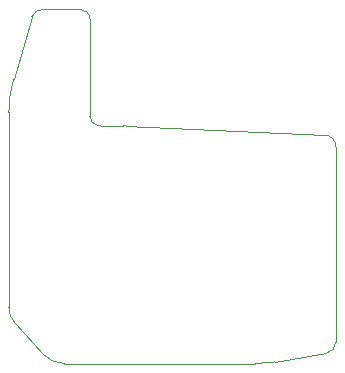
<source format=gbr>
%TF.GenerationSoftware,KiCad,Pcbnew,8.99.0-417-ga763d613e5*%
%TF.CreationDate,2024-04-11T17:26:30-04:00*%
%TF.ProjectId,fujiflex,66756a69-666c-4657-982e-6b696361645f,rev?*%
%TF.SameCoordinates,Original*%
%TF.FileFunction,Profile,NP*%
%FSLAX46Y46*%
G04 Gerber Fmt 4.6, Leading zero omitted, Abs format (unit mm)*
G04 Created by KiCad (PCBNEW 8.99.0-417-ga763d613e5) date 2024-04-11 17:26:30*
%MOMM*%
%LPD*%
G01*
G04 APERTURE LIST*
%TA.AperFunction,Profile*%
%ADD10C,0.100000*%
%TD*%
G04 APERTURE END LIST*
D10*
X140936916Y-91705677D02*
X157766792Y-92494048D01*
X157884399Y-110977967D02*
X153536365Y-111702639D01*
X158720000Y-109991573D02*
G75*
G02*
X157884403Y-110977993I-1000000J-27D01*
G01*
X140702955Y-91700200D02*
G75*
G02*
X140936916Y-91705677I-55J-5001800D01*
G01*
X158720000Y-93492953D02*
X158720000Y-109991573D01*
X131020000Y-90574467D02*
G75*
G02*
X131423967Y-87760935I10000000J-33D01*
G01*
X131020000Y-90574467D02*
X131020000Y-107071228D01*
X153536365Y-111702639D02*
G75*
G02*
X151892375Y-111838693I-1643965J9864139D01*
G01*
X138791698Y-91700200D02*
X140702955Y-91700200D01*
X151892375Y-111838700D02*
X135733406Y-111838700D01*
X138791698Y-91700200D02*
G75*
G02*
X138084592Y-91407306I2J1000000D01*
G01*
X132970480Y-82486254D02*
X131423958Y-87760932D01*
X131533412Y-108409157D02*
G75*
G02*
X131020023Y-107071228I1486488J1337857D01*
G01*
X137869500Y-88271200D02*
X137869500Y-90888000D01*
X132970480Y-82486254D02*
G75*
G02*
X133900919Y-81852718I930420J-366446D01*
G01*
X133900919Y-81852700D02*
X137066600Y-81852700D01*
X137066600Y-81852800D02*
G75*
G02*
X137867900Y-82654100I0J-801300D01*
G01*
X135733406Y-111838700D02*
G75*
G02*
X133875168Y-111011115I-6J2500000D01*
G01*
X157766792Y-92494048D02*
G75*
G02*
X158719947Y-93492953I-46792J-998852D01*
G01*
X131533412Y-108409157D02*
X133875171Y-111011112D01*
X137868000Y-82654100D02*
X137869500Y-88271200D01*
X138084601Y-91407299D02*
G75*
G02*
X137869500Y-90888000I519299J519299D01*
G01*
M02*

</source>
